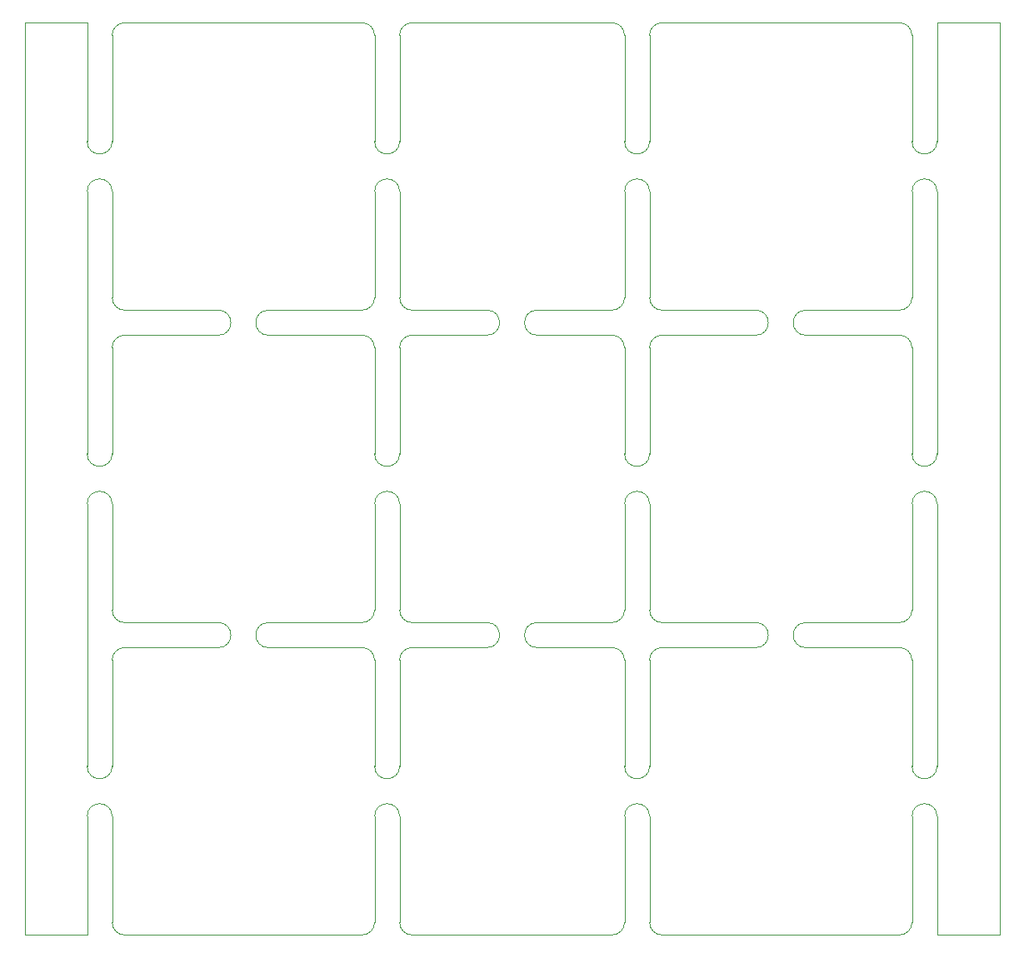
<source format=gbr>
G04 #@! TF.GenerationSoftware,KiCad,Pcbnew,(5.1.2)-2*
G04 #@! TF.CreationDate,2021-03-31T16:43:33-04:00*
G04 #@! TF.ProjectId,MicroMod_tinycar_panelized,4d696372-6f4d-46f6-945f-74696e796361,rev?*
G04 #@! TF.SameCoordinates,Original*
G04 #@! TF.FileFunction,Profile,NP*
%FSLAX46Y46*%
G04 Gerber Fmt 4.6, Leading zero omitted, Abs format (unit mm)*
G04 Created by KiCad (PCBNEW (5.1.2)-2) date 2021-03-31 16:43:33*
%MOMM*%
%LPD*%
G04 APERTURE LIST*
%ADD10C,0.050000*%
G04 APERTURE END LIST*
D10*
X161290000Y-101600000D02*
X161290000Y-90805000D01*
X106680000Y-117475000D02*
X106680000Y-106680000D01*
X161290000Y-53975000D02*
X161290000Y-43180000D01*
X161290000Y-133350000D02*
X161290000Y-122555000D01*
X106680000Y-69850000D02*
X106680000Y-59055000D01*
X106680000Y-101600000D02*
X106680000Y-90805000D01*
X190500000Y-134620000D02*
X196850000Y-134620000D01*
X196850000Y-134620000D02*
X196850000Y-41910000D01*
X190500000Y-122555000D02*
X190500000Y-134620000D01*
X190500000Y-59055000D02*
X190500000Y-85725000D01*
X190500000Y-90805000D02*
X190500000Y-117475000D01*
X196850000Y-41910000D02*
X190500000Y-41910000D01*
X190500000Y-41910000D02*
X190500000Y-53975000D01*
X104140000Y-85725000D02*
X104140000Y-59055000D01*
X104140000Y-117475000D02*
X104140000Y-90805000D01*
X104140000Y-134620000D02*
X104140000Y-122555000D01*
X97790000Y-134620000D02*
X104140000Y-134620000D01*
X97790000Y-41910000D02*
X97790000Y-134620000D01*
X104140000Y-41910000D02*
X97790000Y-41910000D01*
X104140000Y-53975000D02*
X104140000Y-41910000D01*
X177165000Y-105410000D02*
G75*
G02X177165000Y-102870000I0J1270000D01*
G01*
X172085000Y-102870000D02*
G75*
G02X172085000Y-105410000I0J-1270000D01*
G01*
X177165000Y-105410000D02*
X186690000Y-105410000D01*
X187960000Y-122555000D02*
G75*
G02X190500000Y-122555000I1270000J0D01*
G01*
X162560000Y-134620000D02*
G75*
G02X161290000Y-133350000I0J1270000D01*
G01*
X187960000Y-106680000D02*
X187960000Y-117475000D01*
X161290000Y-117475000D02*
X161290000Y-106680000D01*
X187960000Y-133350000D02*
G75*
G02X186690000Y-134620000I-1270000J0D01*
G01*
X172085000Y-134620000D02*
X162560000Y-134620000D01*
X187960000Y-122555000D02*
X187960000Y-133350000D01*
X186690000Y-105410000D02*
G75*
G02X187960000Y-106680000I0J-1270000D01*
G01*
X161290000Y-106680000D02*
G75*
G02X162560000Y-105410000I1270000J0D01*
G01*
X190500000Y-117475000D02*
G75*
G02X187960000Y-117475000I-1270000J0D01*
G01*
X162560000Y-105410000D02*
X172085000Y-105410000D01*
X177165000Y-73660000D02*
X186690000Y-73660000D01*
X186690000Y-102870000D02*
X177165000Y-102870000D01*
X172085000Y-71120000D02*
G75*
G02X172085000Y-73660000I0J-1270000D01*
G01*
X177165000Y-73660000D02*
G75*
G02X177165000Y-71120000I0J1270000D01*
G01*
X161290000Y-74930000D02*
G75*
G02X162560000Y-73660000I1270000J0D01*
G01*
X190500000Y-85725000D02*
G75*
G02X187960000Y-85725000I-1270000J0D01*
G01*
X186690000Y-73660000D02*
G75*
G02X187960000Y-74930000I0J-1270000D01*
G01*
X162560000Y-102870000D02*
G75*
G02X161290000Y-101600000I0J1270000D01*
G01*
X187960000Y-90805000D02*
G75*
G02X190500000Y-90805000I1270000J0D01*
G01*
X187960000Y-74930000D02*
X187960000Y-85725000D01*
X161290000Y-85725000D02*
X161290000Y-74930000D01*
X187960000Y-90805000D02*
X187960000Y-101600000D01*
X187960000Y-101600000D02*
G75*
G02X186690000Y-102870000I-1270000J0D01*
G01*
X172085000Y-102870000D02*
X162560000Y-102870000D01*
X162560000Y-73660000D02*
X172085000Y-73660000D01*
X161290000Y-43180000D02*
G75*
G02X162560000Y-41910000I1270000J0D01*
G01*
X177800000Y-41910000D02*
X186690000Y-41910000D01*
X162560000Y-71120000D02*
G75*
G02X161290000Y-69850000I0J1270000D01*
G01*
X186690000Y-71120000D02*
X177165000Y-71120000D01*
X186690000Y-41910000D02*
G75*
G02X187960000Y-43180000I0J-1270000D01*
G01*
X187960000Y-69850000D02*
G75*
G02X186690000Y-71120000I-1270000J0D01*
G01*
X187960000Y-59055000D02*
G75*
G02X190500000Y-59055000I1270000J0D01*
G01*
X190500000Y-53975000D02*
G75*
G02X187960000Y-53975000I-1270000J0D01*
G01*
X172085000Y-71120000D02*
X162560000Y-71120000D01*
X187960000Y-59055000D02*
X187960000Y-69850000D01*
X162560000Y-41910000D02*
X177800000Y-41910000D01*
X187960000Y-43180000D02*
X187960000Y-53975000D01*
X161290000Y-69850000D02*
X161290000Y-59055000D01*
X186690000Y-134620000D02*
X172085000Y-134620000D01*
X104140000Y-122555000D02*
G75*
G02X106680000Y-122555000I1270000J0D01*
G01*
X122555000Y-105410000D02*
G75*
G02X122555000Y-102870000I0J1270000D01*
G01*
X158750000Y-133350000D02*
X158750000Y-122555000D01*
X122555000Y-105410000D02*
X132080000Y-105410000D01*
X144780000Y-134620000D02*
X157480000Y-134620000D01*
X157480000Y-105410000D02*
X149860000Y-105410000D01*
X149860000Y-105410000D02*
G75*
G02X149860000Y-102870000I0J1270000D01*
G01*
X144780000Y-102870000D02*
G75*
G02X144780000Y-105410000I0J-1270000D01*
G01*
X117475000Y-102870000D02*
G75*
G02X117475000Y-105410000I0J-1270000D01*
G01*
X106680000Y-117475000D02*
G75*
G02X104140000Y-117475000I-1270000J0D01*
G01*
X158750000Y-122555000D02*
G75*
G02X161290000Y-122555000I1270000J0D01*
G01*
X161290000Y-117475000D02*
G75*
G02X158750000Y-117475000I-1270000J0D01*
G01*
X135890000Y-122555000D02*
X135890000Y-133350000D01*
X132080000Y-134620000D02*
X117475000Y-134620000D01*
X133350000Y-122555000D02*
G75*
G02X135890000Y-122555000I1270000J0D01*
G01*
X135890000Y-106680000D02*
X135890000Y-117475000D01*
X158750000Y-133350000D02*
G75*
G02X157480000Y-134620000I-1270000J0D01*
G01*
X135890000Y-117475000D02*
G75*
G02X133350000Y-117475000I-1270000J0D01*
G01*
X158750000Y-117475000D02*
X158750000Y-106680000D01*
X106680000Y-106680000D02*
G75*
G02X107950000Y-105410000I1270000J0D01*
G01*
X132080000Y-105410000D02*
G75*
G02X133350000Y-106680000I0J-1270000D01*
G01*
X107950000Y-134620000D02*
G75*
G02X106680000Y-133350000I0J1270000D01*
G01*
X135890000Y-106680000D02*
G75*
G02X137160000Y-105410000I1270000J0D01*
G01*
X117475000Y-134620000D02*
X107950000Y-134620000D01*
X133350000Y-106680000D02*
X133350000Y-117475000D01*
X137160000Y-134620000D02*
X144780000Y-134620000D01*
X107950000Y-105410000D02*
X117475000Y-105410000D01*
X133350000Y-122555000D02*
X133350000Y-133350000D01*
X137160000Y-134620000D02*
G75*
G02X135890000Y-133350000I0J1270000D01*
G01*
X106680000Y-133350000D02*
X106680000Y-122555000D01*
X133350000Y-133350000D02*
G75*
G02X132080000Y-134620000I-1270000J0D01*
G01*
X157480000Y-105410000D02*
G75*
G02X158750000Y-106680000I0J-1270000D01*
G01*
X144780000Y-105410000D02*
X137160000Y-105410000D01*
X104140000Y-90805000D02*
G75*
G02X106680000Y-90805000I1270000J0D01*
G01*
X122555000Y-73660000D02*
G75*
G02X122555000Y-71120000I0J1270000D01*
G01*
X158750000Y-101600000D02*
X158750000Y-90805000D01*
X122555000Y-73660000D02*
X132080000Y-73660000D01*
X149860000Y-102870000D02*
X157480000Y-102870000D01*
X157480000Y-73660000D02*
X149860000Y-73660000D01*
X149860000Y-73660000D02*
G75*
G02X149860000Y-71120000I0J1270000D01*
G01*
X144780000Y-71120000D02*
G75*
G02X144780000Y-73660000I0J-1270000D01*
G01*
X117475000Y-71120000D02*
G75*
G02X117475000Y-73660000I0J-1270000D01*
G01*
X106680000Y-85725000D02*
G75*
G02X104140000Y-85725000I-1270000J0D01*
G01*
X158750000Y-90805000D02*
G75*
G02X161290000Y-90805000I1270000J0D01*
G01*
X161290000Y-85725000D02*
G75*
G02X158750000Y-85725000I-1270000J0D01*
G01*
X135890000Y-90805000D02*
X135890000Y-101600000D01*
X132080000Y-102870000D02*
X122555000Y-102870000D01*
X133350000Y-90805000D02*
G75*
G02X135890000Y-90805000I1270000J0D01*
G01*
X135890000Y-74930000D02*
X135890000Y-85725000D01*
X158750000Y-101600000D02*
G75*
G02X157480000Y-102870000I-1270000J0D01*
G01*
X135890000Y-85725000D02*
G75*
G02X133350000Y-85725000I-1270000J0D01*
G01*
X158750000Y-85725000D02*
X158750000Y-74930000D01*
X106680000Y-74930000D02*
G75*
G02X107950000Y-73660000I1270000J0D01*
G01*
X132080000Y-73660000D02*
G75*
G02X133350000Y-74930000I0J-1270000D01*
G01*
X107950000Y-102870000D02*
G75*
G02X106680000Y-101600000I0J1270000D01*
G01*
X135890000Y-74930000D02*
G75*
G02X137160000Y-73660000I1270000J0D01*
G01*
X117475000Y-102870000D02*
X107950000Y-102870000D01*
X133350000Y-74930000D02*
X133350000Y-85725000D01*
X137160000Y-102870000D02*
X144780000Y-102870000D01*
X107950000Y-73660000D02*
X117475000Y-73660000D01*
X133350000Y-90805000D02*
X133350000Y-101600000D01*
X137160000Y-102870000D02*
G75*
G02X135890000Y-101600000I0J1270000D01*
G01*
X106680000Y-85725000D02*
X106680000Y-74930000D01*
X133350000Y-101600000D02*
G75*
G02X132080000Y-102870000I-1270000J0D01*
G01*
X157480000Y-73660000D02*
G75*
G02X158750000Y-74930000I0J-1270000D01*
G01*
X144780000Y-73660000D02*
X137160000Y-73660000D01*
X117475000Y-41910000D02*
X132080000Y-41910000D01*
X104140000Y-59055000D02*
G75*
G02X106680000Y-59055000I1270000J0D01*
G01*
X149860000Y-71120000D02*
X157480000Y-71120000D01*
X106680000Y-53975000D02*
G75*
G02X104140000Y-53975000I-1270000J0D01*
G01*
X158750000Y-69850000D02*
X158750000Y-59055000D01*
X157480000Y-41910000D02*
X144780000Y-41910000D01*
X132080000Y-71120000D02*
X122555000Y-71120000D01*
X135890000Y-53975000D02*
G75*
G02X133350000Y-53975000I-1270000J0D01*
G01*
X106680000Y-43180000D02*
G75*
G02X107950000Y-41910000I1270000J0D01*
G01*
X132080000Y-41910000D02*
G75*
G02X133350000Y-43180000I0J-1270000D01*
G01*
X107950000Y-71120000D02*
G75*
G02X106680000Y-69850000I0J1270000D01*
G01*
X133350000Y-69850000D02*
G75*
G02X132080000Y-71120000I-1270000J0D01*
G01*
X135890000Y-43180000D02*
G75*
G02X137160000Y-41910000I1270000J0D01*
G01*
X157480000Y-41910000D02*
G75*
G02X158750000Y-43180000I0J-1270000D01*
G01*
X117475000Y-71120000D02*
X107950000Y-71120000D01*
X158750000Y-53975000D02*
X158750000Y-43180000D01*
X135890000Y-43180000D02*
X135890000Y-53975000D01*
X107950000Y-41910000D02*
X117475000Y-41910000D01*
X133350000Y-59055000D02*
X133350000Y-69850000D01*
X158750000Y-69850000D02*
G75*
G02X157480000Y-71120000I-1270000J0D01*
G01*
X133350000Y-59055000D02*
G75*
G02X135890000Y-59055000I1270000J0D01*
G01*
X137160000Y-71120000D02*
G75*
G02X135890000Y-69850000I0J1270000D01*
G01*
X133350000Y-43180000D02*
X133350000Y-53975000D01*
X144780000Y-41910000D02*
X137160000Y-41910000D01*
X106680000Y-53975000D02*
X106680000Y-43180000D01*
X137160000Y-71120000D02*
X144780000Y-71120000D01*
X135890000Y-59055000D02*
X135890000Y-69850000D01*
X158750000Y-59055000D02*
G75*
G02X161290000Y-59055000I1270000J0D01*
G01*
X161290000Y-53975000D02*
G75*
G02X158750000Y-53975000I-1270000J0D01*
G01*
M02*

</source>
